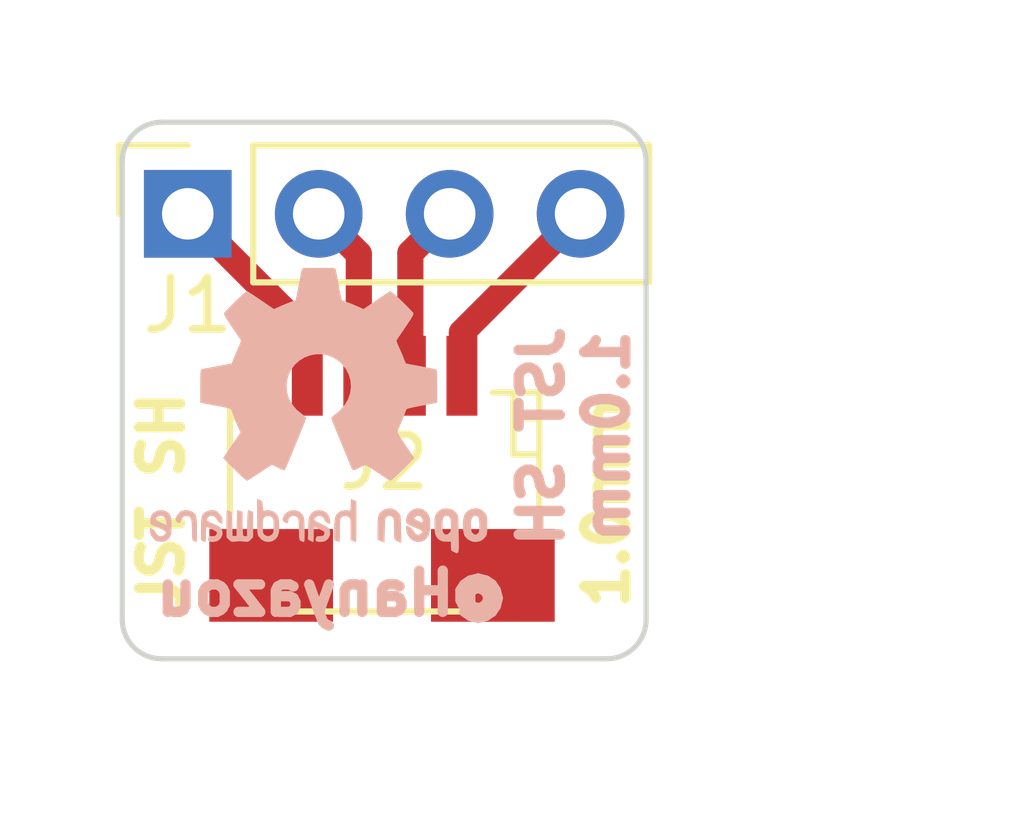
<source format=kicad_pcb>
(kicad_pcb (version 20171130) (host pcbnew "(5.0.2-5-10.14)")

  (general
    (thickness 1.6)
    (drawings 15)
    (tracks 8)
    (zones 0)
    (modules 3)
    (nets 5)
  )

  (page A4)
  (layers
    (0 F.Cu signal)
    (31 B.Cu signal)
    (32 B.Adhes user)
    (33 F.Adhes user)
    (34 B.Paste user)
    (35 F.Paste user)
    (36 B.SilkS user)
    (37 F.SilkS user)
    (38 B.Mask user)
    (39 F.Mask user)
    (40 Dwgs.User user hide)
    (41 Cmts.User user)
    (42 Eco1.User user)
    (43 Eco2.User user hide)
    (44 Edge.Cuts user)
    (45 Margin user)
    (46 B.CrtYd user)
    (47 F.CrtYd user)
    (48 B.Fab user)
    (49 F.Fab user)
  )

  (setup
    (last_trace_width 0.508)
    (user_trace_width 0.1524)
    (user_trace_width 0.381)
    (user_trace_width 0.508)
    (user_trace_width 0.635)
    (trace_clearance 0.1524)
    (zone_clearance 0.508)
    (zone_45_only no)
    (trace_min 0.1524)
    (segment_width 0.2)
    (edge_width 0.1)
    (via_size 0.6858)
    (via_drill 0.3302)
    (via_min_size 0.6858)
    (via_min_drill 0.3302)
    (uvia_size 0.254)
    (uvia_drill 0.1016)
    (uvias_allowed no)
    (uvia_min_size 0.2)
    (uvia_min_drill 0.1)
    (pcb_text_width 0.3)
    (pcb_text_size 1.5 1.5)
    (mod_edge_width 0.15)
    (mod_text_size 1 1)
    (mod_text_width 0.15)
    (pad_size 1.5 1.5)
    (pad_drill 0.6)
    (pad_to_mask_clearance 0)
    (solder_mask_min_width 0.25)
    (aux_axis_origin 0 0)
    (visible_elements FFFFFF7F)
    (pcbplotparams
      (layerselection 0x010fc_ffffffff)
      (usegerberextensions false)
      (usegerberattributes false)
      (usegerberadvancedattributes false)
      (creategerberjobfile false)
      (excludeedgelayer true)
      (linewidth 0.100000)
      (plotframeref false)
      (viasonmask false)
      (mode 1)
      (useauxorigin false)
      (hpglpennumber 1)
      (hpglpenspeed 20)
      (hpglpendiameter 15.000000)
      (psnegative false)
      (psa4output false)
      (plotreference true)
      (plotvalue true)
      (plotinvisibletext false)
      (padsonsilk false)
      (subtractmaskfromsilk false)
      (outputformat 1)
      (mirror false)
      (drillshape 0)
      (scaleselection 1)
      (outputdirectory "jst-sh-brkout-1.0/"))
  )

  (net 0 "")
  (net 1 "Net-(J1-Pad1)")
  (net 2 "Net-(J1-Pad2)")
  (net 3 "Net-(J1-Pad3)")
  (net 4 "Net-(J1-Pad4)")

  (net_class Default "This is the default net class."
    (clearance 0.1524)
    (trace_width 0.1524)
    (via_dia 0.6858)
    (via_drill 0.3302)
    (uvia_dia 0.254)
    (uvia_drill 0.1016)
    (add_net "Net-(J1-Pad1)")
    (add_net "Net-(J1-Pad2)")
    (add_net "Net-(J1-Pad3)")
    (add_net "Net-(J1-Pad4)")
  )

  (net_class power ""
    (clearance 0.1524)
    (trace_width 0.381)
    (via_dia 0.6858)
    (via_drill 0.3302)
    (uvia_dia 0.254)
    (uvia_drill 0.1016)
  )

  (module Connector_PinSocket_2.54mm:PinSocket_1x04_P2.54mm_Vertical (layer F.Cu) (tedit 5A19A429) (tstamp 5DCA7DC5)
    (at 137.668 77.724 90)
    (descr "Through hole straight socket strip, 1x04, 2.54mm pitch, single row (from Kicad 4.0.7), script generated")
    (tags "Through hole socket strip THT 1x04 2.54mm single row")
    (path /5C20A735)
    (fp_text reference J1 (at -1.778 0 180) (layer F.SilkS)
      (effects (font (size 1 1) (thickness 0.15)))
    )
    (fp_text value Conn_01x04_Female (at 3.302 4.318 180) (layer F.Fab)
      (effects (font (size 1 1) (thickness 0.15)))
    )
    (fp_line (start -1.27 -1.27) (end 0.635 -1.27) (layer F.Fab) (width 0.1))
    (fp_line (start 0.635 -1.27) (end 1.27 -0.635) (layer F.Fab) (width 0.1))
    (fp_line (start 1.27 -0.635) (end 1.27 8.89) (layer F.Fab) (width 0.1))
    (fp_line (start 1.27 8.89) (end -1.27 8.89) (layer F.Fab) (width 0.1))
    (fp_line (start -1.27 8.89) (end -1.27 -1.27) (layer F.Fab) (width 0.1))
    (fp_line (start -1.33 1.27) (end 1.33 1.27) (layer F.SilkS) (width 0.12))
    (fp_line (start -1.33 1.27) (end -1.33 8.95) (layer F.SilkS) (width 0.12))
    (fp_line (start -1.33 8.95) (end 1.33 8.95) (layer F.SilkS) (width 0.12))
    (fp_line (start 1.33 1.27) (end 1.33 8.95) (layer F.SilkS) (width 0.12))
    (fp_line (start 1.33 -1.33) (end 1.33 0) (layer F.SilkS) (width 0.12))
    (fp_line (start 0 -1.33) (end 1.33 -1.33) (layer F.SilkS) (width 0.12))
    (fp_line (start -1.8 -1.8) (end 1.75 -1.8) (layer F.CrtYd) (width 0.05))
    (fp_line (start 1.75 -1.8) (end 1.75 9.4) (layer F.CrtYd) (width 0.05))
    (fp_line (start 1.75 9.4) (end -1.8 9.4) (layer F.CrtYd) (width 0.05))
    (fp_line (start -1.8 9.4) (end -1.8 -1.8) (layer F.CrtYd) (width 0.05))
    (fp_text user %R (at 0 3.81 180) (layer F.Fab)
      (effects (font (size 1 1) (thickness 0.15)))
    )
    (pad 1 thru_hole rect (at 0 0 90) (size 1.7 1.7) (drill 1) (layers *.Cu *.Mask)
      (net 1 "Net-(J1-Pad1)"))
    (pad 2 thru_hole oval (at 0 2.54 90) (size 1.7 1.7) (drill 1) (layers *.Cu *.Mask)
      (net 2 "Net-(J1-Pad2)"))
    (pad 3 thru_hole oval (at 0 5.08 90) (size 1.7 1.7) (drill 1) (layers *.Cu *.Mask)
      (net 3 "Net-(J1-Pad3)"))
    (pad 4 thru_hole oval (at 0 7.62 90) (size 1.7 1.7) (drill 1) (layers *.Cu *.Mask)
      (net 4 "Net-(J1-Pad4)"))
    (model ${KISYS3DMOD}/Connector_PinSocket_2.54mm.3dshapes/PinSocket_1x04_P2.54mm_Vertical.wrl
      (at (xyz 0 0 0))
      (scale (xyz 1 1 1))
      (rotate (xyz 0 0 0))
    )
  )

  (module library:JST_SH_SM04B-SRSS-TB_04x1.00mm_Angled-mod (layer F.Cu) (tedit 5DA41C66) (tstamp 5DCA7D1D)
    (at 141.486 82.804)
    (descr http://www.jst-mfg.com/product/pdf/eng/eSH.pdf)
    (tags "connector jst sh")
    (path /5C20A677)
    (attr smd)
    (fp_text reference J2 (at -0.008 -0.254) (layer F.SilkS)
      (effects (font (size 1 1) (thickness 0.15)))
    )
    (fp_text value "JST SH" (at -6.612 0.762 90) (layer F.Fab)
      (effects (font (size 1 1) (thickness 0.15)))
    )
    (fp_circle (center -2.5 -2.1875) (end -2.25 -2.1875) (layer F.SilkS) (width 0.12))
    (fp_line (start -1.9 2.6375) (end 1.9 2.6375) (layer F.SilkS) (width 0.12))
    (fp_line (start -3 0.7375) (end -3 -1.6125) (layer F.SilkS) (width 0.12))
    (fp_line (start -3 -1.6125) (end -2.1 -1.6125) (layer F.SilkS) (width 0.12))
    (fp_line (start -2.5 -1.6125) (end -2.5 -0.4125) (layer F.SilkS) (width 0.12))
    (fp_line (start -2.5 -0.4125) (end -2.5 -0.4125) (layer F.SilkS) (width 0.12))
    (fp_line (start -2.5 -0.4125) (end -2.5 -1.6125) (layer F.SilkS) (width 0.12))
    (fp_line (start -2.5 -1.6125) (end -2.5 -1.6125) (layer F.SilkS) (width 0.12))
    (fp_line (start -2.5 -1.1125) (end -2.5 -1.1125) (layer F.SilkS) (width 0.12))
    (fp_line (start -2.5 -1.1125) (end -3 -1.1125) (layer F.SilkS) (width 0.12))
    (fp_line (start -3 -1.1125) (end -3 -1.1125) (layer F.SilkS) (width 0.12))
    (fp_line (start -3 -1.1125) (end -2.5 -1.1125) (layer F.SilkS) (width 0.12))
    (fp_line (start -2.5 -0.4125) (end -2.5 -0.4125) (layer F.SilkS) (width 0.12))
    (fp_line (start -2.5 -0.4125) (end -3 -0.4125) (layer F.SilkS) (width 0.12))
    (fp_line (start -3 -0.4125) (end -3 -0.4125) (layer F.SilkS) (width 0.12))
    (fp_line (start -3 -0.4125) (end -2.5 -0.4125) (layer F.SilkS) (width 0.12))
    (fp_line (start 3 0.7375) (end 3 -1.6125) (layer F.SilkS) (width 0.12))
    (fp_line (start 3 -1.6125) (end 2.1 -1.6125) (layer F.SilkS) (width 0.12))
    (fp_line (start 2.5 -1.6125) (end 2.5 -0.4125) (layer F.SilkS) (width 0.12))
    (fp_line (start 2.5 -0.4125) (end 2.5 -0.4125) (layer F.SilkS) (width 0.12))
    (fp_line (start 2.5 -0.4125) (end 2.5 -1.6125) (layer F.SilkS) (width 0.12))
    (fp_line (start 2.5 -1.6125) (end 2.5 -1.6125) (layer F.SilkS) (width 0.12))
    (fp_line (start 2.5 -1.1125) (end 2.5 -1.1125) (layer F.SilkS) (width 0.12))
    (fp_line (start 2.5 -1.1125) (end 3 -1.1125) (layer F.SilkS) (width 0.12))
    (fp_line (start 3 -1.1125) (end 3 -1.1125) (layer F.SilkS) (width 0.12))
    (fp_line (start 3 -1.1125) (end 2.5 -1.1125) (layer F.SilkS) (width 0.12))
    (fp_line (start 2.5 -0.4125) (end 2.5 -0.4125) (layer F.SilkS) (width 0.12))
    (fp_line (start 2.5 -0.4125) (end 3 -0.4125) (layer F.SilkS) (width 0.12))
    (fp_line (start 3 -0.4125) (end 3 -0.4125) (layer F.SilkS) (width 0.12))
    (fp_line (start 3 -0.4125) (end 2.5 -0.4125) (layer F.SilkS) (width 0.12))
    (fp_line (start -3.9 3.35) (end -3.9 -3.25) (layer F.CrtYd) (width 0.05))
    (fp_line (start -3.9 -3.25) (end 3.9 -3.25) (layer F.CrtYd) (width 0.05))
    (fp_line (start 3.9 -3.25) (end 3.9 3.35) (layer F.CrtYd) (width 0.05))
    (fp_line (start 3.9 3.35) (end -3.9 3.35) (layer F.CrtYd) (width 0.05))
    (pad 1 smd rect (at -1.5 -1.9375) (size 0.6 1.55) (layers F.Cu F.Paste F.Mask)
      (net 1 "Net-(J1-Pad1)"))
    (pad 2 smd rect (at -0.5 -1.9375) (size 0.6 1.55) (layers F.Cu F.Paste F.Mask)
      (net 2 "Net-(J1-Pad2)"))
    (pad 3 smd rect (at 0.5 -1.9375) (size 0.6 1.55) (layers F.Cu F.Paste F.Mask)
      (net 3 "Net-(J1-Pad3)"))
    (pad 4 smd rect (at 1.5 -1.9375) (size 0.6 1.55) (layers F.Cu F.Paste F.Mask)
      (net 4 "Net-(J1-Pad4)"))
    (pad "" smd rect (at -2.2 1.9375) (size 2.4 1.8) (layers F.Cu F.Paste F.Mask))
    (pad "" smd rect (at 2.1 1.9375) (size 2.4 1.8) (layers F.Cu F.Paste F.Mask))
  )

  (module Symbol:OSHW-Logo2_7.3x6mm_SilkScreen (layer B.Cu) (tedit 0) (tstamp 5DCA7796)
    (at 140.208 81.534 180)
    (descr "Open Source Hardware Symbol")
    (tags "Logo Symbol OSHW")
    (attr virtual)
    (fp_text reference REF** (at 0 0 180) (layer B.SilkS) hide
      (effects (font (size 1 1) (thickness 0.15)) (justify mirror))
    )
    (fp_text value OSHW-Logo2_7.3x6mm_SilkScreen (at 0.75 0 180) (layer B.Fab) hide
      (effects (font (size 1 1) (thickness 0.15)) (justify mirror))
    )
    (fp_poly (pts (xy 0.10391 2.757652) (xy 0.182454 2.757222) (xy 0.239298 2.756058) (xy 0.278105 2.753793)
      (xy 0.302538 2.75006) (xy 0.316262 2.744494) (xy 0.32294 2.736727) (xy 0.326236 2.726395)
      (xy 0.326556 2.725057) (xy 0.331562 2.700921) (xy 0.340829 2.653299) (xy 0.353392 2.587259)
      (xy 0.368287 2.507872) (xy 0.384551 2.420204) (xy 0.385119 2.417125) (xy 0.40141 2.331211)
      (xy 0.416652 2.255304) (xy 0.429861 2.193955) (xy 0.440054 2.151718) (xy 0.446248 2.133145)
      (xy 0.446543 2.132816) (xy 0.464788 2.123747) (xy 0.502405 2.108633) (xy 0.551271 2.090738)
      (xy 0.551543 2.090642) (xy 0.613093 2.067507) (xy 0.685657 2.038035) (xy 0.754057 2.008403)
      (xy 0.757294 2.006938) (xy 0.868702 1.956374) (xy 1.115399 2.12484) (xy 1.191077 2.176197)
      (xy 1.259631 2.222111) (xy 1.317088 2.25997) (xy 1.359476 2.287163) (xy 1.382825 2.301079)
      (xy 1.385042 2.302111) (xy 1.40201 2.297516) (xy 1.433701 2.275345) (xy 1.481352 2.234553)
      (xy 1.546198 2.174095) (xy 1.612397 2.109773) (xy 1.676214 2.046388) (xy 1.733329 1.988549)
      (xy 1.780305 1.939825) (xy 1.813703 1.90379) (xy 1.830085 1.884016) (xy 1.830694 1.882998)
      (xy 1.832505 1.869428) (xy 1.825683 1.847267) (xy 1.80854 1.813522) (xy 1.779393 1.7652)
      (xy 1.736555 1.699308) (xy 1.679448 1.614483) (xy 1.628766 1.539823) (xy 1.583461 1.47286)
      (xy 1.54615 1.417484) (xy 1.519452 1.37758) (xy 1.505985 1.357038) (xy 1.505137 1.355644)
      (xy 1.506781 1.335962) (xy 1.519245 1.297707) (xy 1.540048 1.248111) (xy 1.547462 1.232272)
      (xy 1.579814 1.16171) (xy 1.614328 1.081647) (xy 1.642365 1.012371) (xy 1.662568 0.960955)
      (xy 1.678615 0.921881) (xy 1.687888 0.901459) (xy 1.689041 0.899886) (xy 1.706096 0.897279)
      (xy 1.746298 0.890137) (xy 1.804302 0.879477) (xy 1.874763 0.866315) (xy 1.952335 0.851667)
      (xy 2.031672 0.836551) (xy 2.107431 0.821982) (xy 2.174264 0.808978) (xy 2.226828 0.798555)
      (xy 2.259776 0.79173) (xy 2.267857 0.789801) (xy 2.276205 0.785038) (xy 2.282506 0.774282)
      (xy 2.287045 0.753902) (xy 2.290104 0.720266) (xy 2.291967 0.669745) (xy 2.292918 0.598708)
      (xy 2.29324 0.503524) (xy 2.293257 0.464508) (xy 2.293257 0.147201) (xy 2.217057 0.132161)
      (xy 2.174663 0.124005) (xy 2.1114 0.112101) (xy 2.034962 0.097884) (xy 1.953043 0.08279)
      (xy 1.9304 0.078645) (xy 1.854806 0.063947) (xy 1.788953 0.049495) (xy 1.738366 0.036625)
      (xy 1.708574 0.026678) (xy 1.703612 0.023713) (xy 1.691426 0.002717) (xy 1.673953 -0.037967)
      (xy 1.654577 -0.090322) (xy 1.650734 -0.1016) (xy 1.625339 -0.171523) (xy 1.593817 -0.250418)
      (xy 1.562969 -0.321266) (xy 1.562817 -0.321595) (xy 1.511447 -0.432733) (xy 1.680399 -0.681253)
      (xy 1.849352 -0.929772) (xy 1.632429 -1.147058) (xy 1.566819 -1.211726) (xy 1.506979 -1.268733)
      (xy 1.456267 -1.315033) (xy 1.418046 -1.347584) (xy 1.395675 -1.363343) (xy 1.392466 -1.364343)
      (xy 1.373626 -1.356469) (xy 1.33518 -1.334578) (xy 1.28133 -1.301267) (xy 1.216276 -1.259131)
      (xy 1.14594 -1.211943) (xy 1.074555 -1.16381) (xy 1.010908 -1.121928) (xy 0.959041 -1.088871)
      (xy 0.922995 -1.067218) (xy 0.906867 -1.059543) (xy 0.887189 -1.066037) (xy 0.849875 -1.08315)
      (xy 0.802621 -1.107326) (xy 0.797612 -1.110013) (xy 0.733977 -1.141927) (xy 0.690341 -1.157579)
      (xy 0.663202 -1.157745) (xy 0.649057 -1.143204) (xy 0.648975 -1.143) (xy 0.641905 -1.125779)
      (xy 0.625042 -1.084899) (xy 0.599695 -1.023525) (xy 0.567171 -0.944819) (xy 0.528778 -0.851947)
      (xy 0.485822 -0.748072) (xy 0.444222 -0.647502) (xy 0.398504 -0.536516) (xy 0.356526 -0.433703)
      (xy 0.319548 -0.342215) (xy 0.288827 -0.265201) (xy 0.265622 -0.205815) (xy 0.25119 -0.167209)
      (xy 0.246743 -0.1528) (xy 0.257896 -0.136272) (xy 0.287069 -0.10993) (xy 0.325971 -0.080887)
      (xy 0.436757 0.010961) (xy 0.523351 0.116241) (xy 0.584716 0.232734) (xy 0.619815 0.358224)
      (xy 0.627608 0.490493) (xy 0.621943 0.551543) (xy 0.591078 0.678205) (xy 0.53792 0.790059)
      (xy 0.465767 0.885999) (xy 0.377917 0.964924) (xy 0.277665 1.02573) (xy 0.16831 1.067313)
      (xy 0.053147 1.088572) (xy -0.064525 1.088401) (xy -0.18141 1.065699) (xy -0.294211 1.019362)
      (xy -0.399631 0.948287) (xy -0.443632 0.908089) (xy -0.528021 0.804871) (xy -0.586778 0.692075)
      (xy -0.620296 0.57299) (xy -0.628965 0.450905) (xy -0.613177 0.329107) (xy -0.573322 0.210884)
      (xy -0.509793 0.099525) (xy -0.422979 -0.001684) (xy -0.325971 -0.080887) (xy -0.285563 -0.111162)
      (xy -0.257018 -0.137219) (xy -0.246743 -0.152825) (xy -0.252123 -0.169843) (xy -0.267425 -0.2105)
      (xy -0.291388 -0.271642) (xy -0.322756 -0.350119) (xy -0.360268 -0.44278) (xy -0.402667 -0.546472)
      (xy -0.444337 -0.647526) (xy -0.49031 -0.758607) (xy -0.532893 -0.861541) (xy -0.570779 -0.953165)
      (xy -0.60266 -1.030316) (xy -0.627229 -1.089831) (xy -0.64318 -1.128544) (xy -0.64909 -1.143)
      (xy -0.663052 -1.157685) (xy -0.69006 -1.157642) (xy -0.733587 -1.142099) (xy -0.79711 -1.110284)
      (xy -0.797612 -1.110013) (xy -0.84544 -1.085323) (xy -0.884103 -1.067338) (xy -0.905905 -1.059614)
      (xy -0.906867 -1.059543) (xy -0.923279 -1.067378) (xy -0.959513 -1.089165) (xy -1.011526 -1.122328)
      (xy -1.075275 -1.164291) (xy -1.14594 -1.211943) (xy -1.217884 -1.260191) (xy -1.282726 -1.302151)
      (xy -1.336265 -1.335227) (xy -1.374303 -1.356821) (xy -1.392467 -1.364343) (xy -1.409192 -1.354457)
      (xy -1.44282 -1.326826) (xy -1.48999 -1.284495) (xy -1.547342 -1.230505) (xy -1.611516 -1.167899)
      (xy -1.632503 -1.146983) (xy -1.849501 -0.929623) (xy -1.684332 -0.68722) (xy -1.634136 -0.612781)
      (xy -1.590081 -0.545972) (xy -1.554638 -0.490665) (xy -1.530281 -0.450729) (xy -1.519478 -0.430036)
      (xy -1.519162 -0.428563) (xy -1.524857 -0.409058) (xy -1.540174 -0.369822) (xy -1.562463 -0.31743)
      (xy -1.578107 -0.282355) (xy -1.607359 -0.215201) (xy -1.634906 -0.147358) (xy -1.656263 -0.090034)
      (xy -1.662065 -0.072572) (xy -1.678548 -0.025938) (xy -1.69466 0.010095) (xy -1.70351 0.023713)
      (xy -1.72304 0.032048) (xy -1.765666 0.043863) (xy -1.825855 0.057819) (xy -1.898078 0.072578)
      (xy -1.9304 0.078645) (xy -2.012478 0.093727) (xy -2.091205 0.108331) (xy -2.158891 0.12102)
      (xy -2.20784 0.130358) (xy -2.217057 0.132161) (xy -2.293257 0.147201) (xy -2.293257 0.464508)
      (xy -2.293086 0.568846) (xy -2.292384 0.647787) (xy -2.290866 0.704962) (xy -2.288251 0.744001)
      (xy -2.284254 0.768535) (xy -2.278591 0.782195) (xy -2.27098 0.788611) (xy -2.267857 0.789801)
      (xy -2.249022 0.79402) (xy -2.207412 0.802438) (xy -2.14837 0.814039) (xy -2.077243 0.827805)
      (xy -1.999375 0.84272) (xy -1.920113 0.857768) (xy -1.844802 0.871931) (xy -1.778787 0.884194)
      (xy -1.727413 0.893539) (xy -1.696025 0.89895) (xy -1.689041 0.899886) (xy -1.682715 0.912404)
      (xy -1.66871 0.945754) (xy -1.649645 0.993623) (xy -1.642366 1.012371) (xy -1.613004 1.084805)
      (xy -1.578429 1.16483) (xy -1.547463 1.232272) (xy -1.524677 1.283841) (xy -1.509518 1.326215)
      (xy -1.504458 1.352166) (xy -1.505264 1.355644) (xy -1.515959 1.372064) (xy -1.54038 1.408583)
      (xy -1.575905 1.461313) (xy -1.619913 1.526365) (xy -1.669783 1.599849) (xy -1.679644 1.614355)
      (xy -1.737508 1.700296) (xy -1.780044 1.765739) (xy -1.808946 1.813696) (xy -1.82591 1.84718)
      (xy -1.832633 1.869205) (xy -1.83081 1.882783) (xy -1.830764 1.882869) (xy -1.816414 1.900703)
      (xy -1.784677 1.935183) (xy -1.73899 1.982732) (xy -1.682796 2.039778) (xy -1.619532 2.102745)
      (xy -1.612398 2.109773) (xy -1.53267 2.18698) (xy -1.471143 2.24367) (xy -1.426579 2.28089)
      (xy -1.397743 2.299685) (xy -1.385042 2.302111) (xy -1.366506 2.291529) (xy -1.328039 2.267084)
      (xy -1.273614 2.231388) (xy -1.207202 2.187053) (xy -1.132775 2.136689) (xy -1.115399 2.12484)
      (xy -0.868703 1.956374) (xy -0.757294 2.006938) (xy -0.689543 2.036405) (xy -0.616817 2.066041)
      (xy -0.554297 2.08967) (xy -0.551543 2.090642) (xy -0.50264 2.108543) (xy -0.464943 2.12368)
      (xy -0.446575 2.13279) (xy -0.446544 2.132816) (xy -0.440715 2.149283) (xy -0.430808 2.189781)
      (xy -0.417805 2.249758) (xy -0.402691 2.32466) (xy -0.386448 2.409936) (xy -0.385119 2.417125)
      (xy -0.368825 2.504986) (xy -0.353867 2.58474) (xy -0.341209 2.651319) (xy -0.331814 2.699653)
      (xy -0.326646 2.724675) (xy -0.326556 2.725057) (xy -0.323411 2.735701) (xy -0.317296 2.743738)
      (xy -0.304547 2.749533) (xy -0.2815 2.753453) (xy -0.244491 2.755865) (xy -0.189856 2.757135)
      (xy -0.113933 2.757629) (xy -0.013056 2.757714) (xy 0 2.757714) (xy 0.10391 2.757652)) (layer B.SilkS) (width 0.01))
    (fp_poly (pts (xy 3.153595 -1.966966) (xy 3.211021 -2.004497) (xy 3.238719 -2.038096) (xy 3.260662 -2.099064)
      (xy 3.262405 -2.147308) (xy 3.258457 -2.211816) (xy 3.109686 -2.276934) (xy 3.037349 -2.310202)
      (xy 2.990084 -2.336964) (xy 2.965507 -2.360144) (xy 2.961237 -2.382667) (xy 2.974889 -2.407455)
      (xy 2.989943 -2.423886) (xy 3.033746 -2.450235) (xy 3.081389 -2.452081) (xy 3.125145 -2.431546)
      (xy 3.157289 -2.390752) (xy 3.163038 -2.376347) (xy 3.190576 -2.331356) (xy 3.222258 -2.312182)
      (xy 3.265714 -2.295779) (xy 3.265714 -2.357966) (xy 3.261872 -2.400283) (xy 3.246823 -2.435969)
      (xy 3.21528 -2.476943) (xy 3.210592 -2.482267) (xy 3.175506 -2.51872) (xy 3.145347 -2.538283)
      (xy 3.107615 -2.547283) (xy 3.076335 -2.55023) (xy 3.020385 -2.550965) (xy 2.980555 -2.54166)
      (xy 2.955708 -2.527846) (xy 2.916656 -2.497467) (xy 2.889625 -2.464613) (xy 2.872517 -2.423294)
      (xy 2.863238 -2.367521) (xy 2.859693 -2.291305) (xy 2.85941 -2.252622) (xy 2.860372 -2.206247)
      (xy 2.948007 -2.206247) (xy 2.949023 -2.231126) (xy 2.951556 -2.2352) (xy 2.968274 -2.229665)
      (xy 3.004249 -2.215017) (xy 3.052331 -2.19419) (xy 3.062386 -2.189714) (xy 3.123152 -2.158814)
      (xy 3.156632 -2.131657) (xy 3.16399 -2.10622) (xy 3.146391 -2.080481) (xy 3.131856 -2.069109)
      (xy 3.07941 -2.046364) (xy 3.030322 -2.050122) (xy 2.989227 -2.077884) (xy 2.960758 -2.127152)
      (xy 2.951631 -2.166257) (xy 2.948007 -2.206247) (xy 2.860372 -2.206247) (xy 2.861285 -2.162249)
      (xy 2.868196 -2.095384) (xy 2.881884 -2.046695) (xy 2.904096 -2.010849) (xy 2.936574 -1.982513)
      (xy 2.950733 -1.973355) (xy 3.015053 -1.949507) (xy 3.085473 -1.948006) (xy 3.153595 -1.966966)) (layer B.SilkS) (width 0.01))
    (fp_poly (pts (xy 2.6526 -1.958752) (xy 2.669948 -1.966334) (xy 2.711356 -1.999128) (xy 2.746765 -2.046547)
      (xy 2.768664 -2.097151) (xy 2.772229 -2.122098) (xy 2.760279 -2.156927) (xy 2.734067 -2.175357)
      (xy 2.705964 -2.186516) (xy 2.693095 -2.188572) (xy 2.686829 -2.173649) (xy 2.674456 -2.141175)
      (xy 2.669028 -2.126502) (xy 2.63859 -2.075744) (xy 2.59452 -2.050427) (xy 2.53801 -2.051206)
      (xy 2.533825 -2.052203) (xy 2.503655 -2.066507) (xy 2.481476 -2.094393) (xy 2.466327 -2.139287)
      (xy 2.45725 -2.204615) (xy 2.453286 -2.293804) (xy 2.452914 -2.341261) (xy 2.45273 -2.416071)
      (xy 2.451522 -2.467069) (xy 2.448309 -2.499471) (xy 2.442109 -2.518495) (xy 2.43194 -2.529356)
      (xy 2.416819 -2.537272) (xy 2.415946 -2.53767) (xy 2.386828 -2.549981) (xy 2.372403 -2.554514)
      (xy 2.370186 -2.540809) (xy 2.368289 -2.502925) (xy 2.366847 -2.445715) (xy 2.365998 -2.374027)
      (xy 2.365829 -2.321565) (xy 2.366692 -2.220047) (xy 2.37007 -2.143032) (xy 2.377142 -2.086023)
      (xy 2.389088 -2.044526) (xy 2.40709 -2.014043) (xy 2.432327 -1.99008) (xy 2.457247 -1.973355)
      (xy 2.517171 -1.951097) (xy 2.586911 -1.946076) (xy 2.6526 -1.958752)) (layer B.SilkS) (width 0.01))
    (fp_poly (pts (xy 2.144876 -1.956335) (xy 2.186667 -1.975344) (xy 2.219469 -1.998378) (xy 2.243503 -2.024133)
      (xy 2.260097 -2.057358) (xy 2.270577 -2.1028) (xy 2.276271 -2.165207) (xy 2.278507 -2.249327)
      (xy 2.278743 -2.304721) (xy 2.278743 -2.520826) (xy 2.241774 -2.53767) (xy 2.212656 -2.549981)
      (xy 2.198231 -2.554514) (xy 2.195472 -2.541025) (xy 2.193282 -2.504653) (xy 2.191942 -2.451542)
      (xy 2.191657 -2.409372) (xy 2.190434 -2.348447) (xy 2.187136 -2.300115) (xy 2.182321 -2.270518)
      (xy 2.178496 -2.264229) (xy 2.152783 -2.270652) (xy 2.112418 -2.287125) (xy 2.065679 -2.309458)
      (xy 2.020845 -2.333457) (xy 1.986193 -2.35493) (xy 1.970002 -2.369685) (xy 1.969938 -2.369845)
      (xy 1.97133 -2.397152) (xy 1.983818 -2.423219) (xy 2.005743 -2.444392) (xy 2.037743 -2.451474)
      (xy 2.065092 -2.450649) (xy 2.103826 -2.450042) (xy 2.124158 -2.459116) (xy 2.136369 -2.483092)
      (xy 2.137909 -2.487613) (xy 2.143203 -2.521806) (xy 2.129047 -2.542568) (xy 2.092148 -2.552462)
      (xy 2.052289 -2.554292) (xy 1.980562 -2.540727) (xy 1.943432 -2.521355) (xy 1.897576 -2.475845)
      (xy 1.873256 -2.419983) (xy 1.871073 -2.360957) (xy 1.891629 -2.305953) (xy 1.922549 -2.271486)
      (xy 1.95342 -2.252189) (xy 2.001942 -2.227759) (xy 2.058485 -2.202985) (xy 2.06791 -2.199199)
      (xy 2.130019 -2.171791) (xy 2.165822 -2.147634) (xy 2.177337 -2.123619) (xy 2.16658 -2.096635)
      (xy 2.148114 -2.075543) (xy 2.104469 -2.049572) (xy 2.056446 -2.047624) (xy 2.012406 -2.067637)
      (xy 1.980709 -2.107551) (xy 1.976549 -2.117848) (xy 1.952327 -2.155724) (xy 1.916965 -2.183842)
      (xy 1.872343 -2.206917) (xy 1.872343 -2.141485) (xy 1.874969 -2.101506) (xy 1.88623 -2.069997)
      (xy 1.911199 -2.036378) (xy 1.935169 -2.010484) (xy 1.972441 -1.973817) (xy 2.001401 -1.954121)
      (xy 2.032505 -1.94622) (xy 2.067713 -1.944914) (xy 2.144876 -1.956335)) (layer B.SilkS) (width 0.01))
    (fp_poly (pts (xy 1.779833 -1.958663) (xy 1.782048 -1.99685) (xy 1.783784 -2.054886) (xy 1.784899 -2.12818)
      (xy 1.785257 -2.205055) (xy 1.785257 -2.465196) (xy 1.739326 -2.511127) (xy 1.707675 -2.539429)
      (xy 1.67989 -2.550893) (xy 1.641915 -2.550168) (xy 1.62684 -2.548321) (xy 1.579726 -2.542948)
      (xy 1.540756 -2.539869) (xy 1.531257 -2.539585) (xy 1.499233 -2.541445) (xy 1.453432 -2.546114)
      (xy 1.435674 -2.548321) (xy 1.392057 -2.551735) (xy 1.362745 -2.54432) (xy 1.33368 -2.521427)
      (xy 1.323188 -2.511127) (xy 1.277257 -2.465196) (xy 1.277257 -1.978602) (xy 1.314226 -1.961758)
      (xy 1.346059 -1.949282) (xy 1.364683 -1.944914) (xy 1.369458 -1.958718) (xy 1.373921 -1.997286)
      (xy 1.377775 -2.056356) (xy 1.380722 -2.131663) (xy 1.382143 -2.195286) (xy 1.386114 -2.445657)
      (xy 1.420759 -2.450556) (xy 1.452268 -2.447131) (xy 1.467708 -2.436041) (xy 1.472023 -2.415308)
      (xy 1.475708 -2.371145) (xy 1.478469 -2.309146) (xy 1.480012 -2.234909) (xy 1.480235 -2.196706)
      (xy 1.480457 -1.976783) (xy 1.526166 -1.960849) (xy 1.558518 -1.950015) (xy 1.576115 -1.944962)
      (xy 1.576623 -1.944914) (xy 1.578388 -1.958648) (xy 1.580329 -1.99673) (xy 1.582282 -2.054482)
      (xy 1.584084 -2.127227) (xy 1.585343 -2.195286) (xy 1.589314 -2.445657) (xy 1.6764 -2.445657)
      (xy 1.680396 -2.21724) (xy 1.684392 -1.988822) (xy 1.726847 -1.966868) (xy 1.758192 -1.951793)
      (xy 1.776744 -1.944951) (xy 1.777279 -1.944914) (xy 1.779833 -1.958663)) (layer B.SilkS) (width 0.01))
    (fp_poly (pts (xy 1.190117 -2.065358) (xy 1.189933 -2.173837) (xy 1.189219 -2.257287) (xy 1.187675 -2.319704)
      (xy 1.185001 -2.365085) (xy 1.180894 -2.397429) (xy 1.175055 -2.420733) (xy 1.167182 -2.438995)
      (xy 1.161221 -2.449418) (xy 1.111855 -2.505945) (xy 1.049264 -2.541377) (xy 0.980013 -2.55409)
      (xy 0.910668 -2.542463) (xy 0.869375 -2.521568) (xy 0.826025 -2.485422) (xy 0.796481 -2.441276)
      (xy 0.778655 -2.383462) (xy 0.770463 -2.306313) (xy 0.769302 -2.249714) (xy 0.769458 -2.245647)
      (xy 0.870857 -2.245647) (xy 0.871476 -2.31055) (xy 0.874314 -2.353514) (xy 0.88084 -2.381622)
      (xy 0.892523 -2.401953) (xy 0.906483 -2.417288) (xy 0.953365 -2.44689) (xy 1.003701 -2.449419)
      (xy 1.051276 -2.424705) (xy 1.054979 -2.421356) (xy 1.070783 -2.403935) (xy 1.080693 -2.383209)
      (xy 1.086058 -2.352362) (xy 1.088228 -2.304577) (xy 1.088571 -2.251748) (xy 1.087827 -2.185381)
      (xy 1.084748 -2.141106) (xy 1.078061 -2.112009) (xy 1.066496 -2.091173) (xy 1.057013 -2.080107)
      (xy 1.01296 -2.052198) (xy 0.962224 -2.048843) (xy 0.913796 -2.070159) (xy 0.90445 -2.078073)
      (xy 0.88854 -2.095647) (xy 0.87861 -2.116587) (xy 0.873278 -2.147782) (xy 0.871163 -2.196122)
      (xy 0.870857 -2.245647) (xy 0.769458 -2.245647) (xy 0.77281 -2.158568) (xy 0.784726 -2.090086)
      (xy 0.807135 -2.0386) (xy 0.842124 -1.998443) (xy 0.869375 -1.977861) (xy 0.918907 -1.955625)
      (xy 0.976316 -1.945304) (xy 1.029682 -1.948067) (xy 1.059543 -1.959212) (xy 1.071261 -1.962383)
      (xy 1.079037 -1.950557) (xy 1.084465 -1.918866) (xy 1.088571 -1.870593) (xy 1.093067 -1.816829)
      (xy 1.099313 -1.784482) (xy 1.110676 -1.765985) (xy 1.130528 -1.75377) (xy 1.143 -1.748362)
      (xy 1.190171 -1.728601) (xy 1.190117 -2.065358)) (layer B.SilkS) (width 0.01))
    (fp_poly (pts (xy 0.529926 -1.949755) (xy 0.595858 -1.974084) (xy 0.649273 -2.017117) (xy 0.670164 -2.047409)
      (xy 0.692939 -2.102994) (xy 0.692466 -2.143186) (xy 0.668562 -2.170217) (xy 0.659717 -2.174813)
      (xy 0.62153 -2.189144) (xy 0.602028 -2.185472) (xy 0.595422 -2.161407) (xy 0.595086 -2.148114)
      (xy 0.582992 -2.09921) (xy 0.551471 -2.064999) (xy 0.507659 -2.048476) (xy 0.458695 -2.052634)
      (xy 0.418894 -2.074227) (xy 0.40545 -2.086544) (xy 0.395921 -2.101487) (xy 0.389485 -2.124075)
      (xy 0.385317 -2.159328) (xy 0.382597 -2.212266) (xy 0.380502 -2.287907) (xy 0.37996 -2.311857)
      (xy 0.377981 -2.39379) (xy 0.375731 -2.451455) (xy 0.372357 -2.489608) (xy 0.367006 -2.513004)
      (xy 0.358824 -2.526398) (xy 0.346959 -2.534545) (xy 0.339362 -2.538144) (xy 0.307102 -2.550452)
      (xy 0.288111 -2.554514) (xy 0.281836 -2.540948) (xy 0.278006 -2.499934) (xy 0.2766 -2.430999)
      (xy 0.277598 -2.333669) (xy 0.277908 -2.318657) (xy 0.280101 -2.229859) (xy 0.282693 -2.165019)
      (xy 0.286382 -2.119067) (xy 0.291864 -2.086935) (xy 0.299835 -2.063553) (xy 0.310993 -2.043852)
      (xy 0.31683 -2.03541) (xy 0.350296 -1.998057) (xy 0.387727 -1.969003) (xy 0.392309 -1.966467)
      (xy 0.459426 -1.946443) (xy 0.529926 -1.949755)) (layer B.SilkS) (width 0.01))
    (fp_poly (pts (xy 0.039744 -1.950968) (xy 0.096616 -1.972087) (xy 0.097267 -1.972493) (xy 0.13244 -1.99838)
      (xy 0.158407 -2.028633) (xy 0.17667 -2.068058) (xy 0.188732 -2.121462) (xy 0.196096 -2.193651)
      (xy 0.200264 -2.289432) (xy 0.200629 -2.303078) (xy 0.205876 -2.508842) (xy 0.161716 -2.531678)
      (xy 0.129763 -2.54711) (xy 0.11047 -2.554423) (xy 0.109578 -2.554514) (xy 0.106239 -2.541022)
      (xy 0.103587 -2.504626) (xy 0.101956 -2.451452) (xy 0.1016 -2.408393) (xy 0.101592 -2.338641)
      (xy 0.098403 -2.294837) (xy 0.087288 -2.273944) (xy 0.063501 -2.272925) (xy 0.022296 -2.288741)
      (xy -0.039914 -2.317815) (xy -0.085659 -2.341963) (xy -0.109187 -2.362913) (xy -0.116104 -2.385747)
      (xy -0.116114 -2.386877) (xy -0.104701 -2.426212) (xy -0.070908 -2.447462) (xy -0.019191 -2.450539)
      (xy 0.018061 -2.450006) (xy 0.037703 -2.460735) (xy 0.049952 -2.486505) (xy 0.057002 -2.519337)
      (xy 0.046842 -2.537966) (xy 0.043017 -2.540632) (xy 0.007001 -2.55134) (xy -0.043434 -2.552856)
      (xy -0.095374 -2.545759) (xy -0.132178 -2.532788) (xy -0.183062 -2.489585) (xy -0.211986 -2.429446)
      (xy -0.217714 -2.382462) (xy -0.213343 -2.340082) (xy -0.197525 -2.305488) (xy -0.166203 -2.274763)
      (xy -0.115322 -2.24399) (xy -0.040824 -2.209252) (xy -0.036286 -2.207288) (xy 0.030821 -2.176287)
      (xy 0.072232 -2.150862) (xy 0.089981 -2.128014) (xy 0.086107 -2.104745) (xy 0.062643 -2.078056)
      (xy 0.055627 -2.071914) (xy 0.00863 -2.0481) (xy -0.040067 -2.049103) (xy -0.082478 -2.072451)
      (xy -0.110616 -2.115675) (xy -0.113231 -2.12416) (xy -0.138692 -2.165308) (xy -0.170999 -2.185128)
      (xy -0.217714 -2.20477) (xy -0.217714 -2.15395) (xy -0.203504 -2.080082) (xy -0.161325 -2.012327)
      (xy -0.139376 -1.989661) (xy -0.089483 -1.960569) (xy -0.026033 -1.9474) (xy 0.039744 -1.950968)) (layer B.SilkS) (width 0.01))
    (fp_poly (pts (xy -0.624114 -1.851289) (xy -0.619861 -1.910613) (xy -0.614975 -1.945572) (xy -0.608205 -1.96082)
      (xy -0.598298 -1.961015) (xy -0.595086 -1.959195) (xy -0.552356 -1.946015) (xy -0.496773 -1.946785)
      (xy -0.440263 -1.960333) (xy -0.404918 -1.977861) (xy -0.368679 -2.005861) (xy -0.342187 -2.037549)
      (xy -0.324001 -2.077813) (xy -0.312678 -2.131543) (xy -0.306778 -2.203626) (xy -0.304857 -2.298951)
      (xy -0.304823 -2.317237) (xy -0.3048 -2.522646) (xy -0.350509 -2.53858) (xy -0.382973 -2.54942)
      (xy -0.400785 -2.554468) (xy -0.401309 -2.554514) (xy -0.403063 -2.540828) (xy -0.404556 -2.503076)
      (xy -0.405674 -2.446224) (xy -0.406303 -2.375234) (xy -0.4064 -2.332073) (xy -0.406602 -2.246973)
      (xy -0.407642 -2.185981) (xy -0.410169 -2.144177) (xy -0.414836 -2.116642) (xy -0.422293 -2.098456)
      (xy -0.433189 -2.084698) (xy -0.439993 -2.078073) (xy -0.486728 -2.051375) (xy -0.537728 -2.049375)
      (xy -0.583999 -2.071955) (xy -0.592556 -2.080107) (xy -0.605107 -2.095436) (xy -0.613812 -2.113618)
      (xy -0.619369 -2.139909) (xy -0.622474 -2.179562) (xy -0.623824 -2.237832) (xy -0.624114 -2.318173)
      (xy -0.624114 -2.522646) (xy -0.669823 -2.53858) (xy -0.702287 -2.54942) (xy -0.720099 -2.554468)
      (xy -0.720623 -2.554514) (xy -0.721963 -2.540623) (xy -0.723172 -2.501439) (xy -0.724199 -2.4407)
      (xy -0.724998 -2.362141) (xy -0.725519 -2.269498) (xy -0.725714 -2.166509) (xy -0.725714 -1.769342)
      (xy -0.678543 -1.749444) (xy -0.631371 -1.729547) (xy -0.624114 -1.851289)) (layer B.SilkS) (width 0.01))
    (fp_poly (pts (xy -1.831697 -1.931239) (xy -1.774473 -1.969735) (xy -1.730251 -2.025335) (xy -1.703833 -2.096086)
      (xy -1.69849 -2.148162) (xy -1.699097 -2.169893) (xy -1.704178 -2.186531) (xy -1.718145 -2.201437)
      (xy -1.745411 -2.217973) (xy -1.790388 -2.239498) (xy -1.857489 -2.269374) (xy -1.857829 -2.269524)
      (xy -1.919593 -2.297813) (xy -1.970241 -2.322933) (xy -2.004596 -2.342179) (xy -2.017482 -2.352848)
      (xy -2.017486 -2.352934) (xy -2.006128 -2.376166) (xy -1.979569 -2.401774) (xy -1.949077 -2.420221)
      (xy -1.93363 -2.423886) (xy -1.891485 -2.411212) (xy -1.855192 -2.379471) (xy -1.837483 -2.344572)
      (xy -1.820448 -2.318845) (xy -1.787078 -2.289546) (xy -1.747851 -2.264235) (xy -1.713244 -2.250471)
      (xy -1.706007 -2.249714) (xy -1.697861 -2.26216) (xy -1.69737 -2.293972) (xy -1.703357 -2.336866)
      (xy -1.714643 -2.382558) (xy -1.73005 -2.422761) (xy -1.730829 -2.424322) (xy -1.777196 -2.489062)
      (xy -1.837289 -2.533097) (xy -1.905535 -2.554711) (xy -1.976362 -2.552185) (xy -2.044196 -2.523804)
      (xy -2.047212 -2.521808) (xy -2.100573 -2.473448) (xy -2.13566 -2.410352) (xy -2.155078 -2.327387)
      (xy -2.157684 -2.304078) (xy -2.162299 -2.194055) (xy -2.156767 -2.142748) (xy -2.017486 -2.142748)
      (xy -2.015676 -2.174753) (xy -2.005778 -2.184093) (xy -1.981102 -2.177105) (xy -1.942205 -2.160587)
      (xy -1.898725 -2.139881) (xy -1.897644 -2.139333) (xy -1.860791 -2.119949) (xy -1.846 -2.107013)
      (xy -1.849647 -2.093451) (xy -1.865005 -2.075632) (xy -1.904077 -2.049845) (xy -1.946154 -2.04795)
      (xy -1.983897 -2.066717) (xy -2.009966 -2.102915) (xy -2.017486 -2.142748) (xy -2.156767 -2.142748)
      (xy -2.152806 -2.106027) (xy -2.12845 -2.036212) (xy -2.094544 -1.987302) (xy -2.033347 -1.937878)
      (xy -1.965937 -1.913359) (xy -1.89712 -1.911797) (xy -1.831697 -1.931239)) (layer B.SilkS) (width 0.01))
    (fp_poly (pts (xy -2.958885 -1.921962) (xy -2.890855 -1.957733) (xy -2.840649 -2.015301) (xy -2.822815 -2.052312)
      (xy -2.808937 -2.107882) (xy -2.801833 -2.178096) (xy -2.80116 -2.254727) (xy -2.806573 -2.329552)
      (xy -2.81773 -2.394342) (xy -2.834286 -2.440873) (xy -2.839374 -2.448887) (xy -2.899645 -2.508707)
      (xy -2.971231 -2.544535) (xy -3.048908 -2.55502) (xy -3.127452 -2.53881) (xy -3.149311 -2.529092)
      (xy -3.191878 -2.499143) (xy -3.229237 -2.459433) (xy -3.232768 -2.454397) (xy -3.247119 -2.430124)
      (xy -3.256606 -2.404178) (xy -3.26221 -2.370022) (xy -3.264914 -2.321119) (xy -3.265701 -2.250935)
      (xy -3.265714 -2.2352) (xy -3.265678 -2.230192) (xy -3.120571 -2.230192) (xy -3.119727 -2.29643)
      (xy -3.116404 -2.340386) (xy -3.109417 -2.368779) (xy -3.097584 -2.388325) (xy -3.091543 -2.394857)
      (xy -3.056814 -2.41968) (xy -3.023097 -2.418548) (xy -2.989005 -2.397016) (xy -2.968671 -2.374029)
      (xy -2.956629 -2.340478) (xy -2.949866 -2.287569) (xy -2.949402 -2.281399) (xy -2.948248 -2.185513)
      (xy -2.960312 -2.114299) (xy -2.98543 -2.068194) (xy -3.02344 -2.047635) (xy -3.037008 -2.046514)
      (xy -3.072636 -2.052152) (xy -3.097006 -2.071686) (xy -3.111907 -2.109042) (xy -3.119125 -2.16815)
      (xy -3.120571 -2.230192) (xy -3.265678 -2.230192) (xy -3.265174 -2.160413) (xy -3.262904 -2.108159)
      (xy -3.257932 -2.071949) (xy -3.249287 -2.045299) (xy -3.235995 -2.021722) (xy -3.233057 -2.017338)
      (xy -3.183687 -1.958249) (xy -3.129891 -1.923947) (xy -3.064398 -1.910331) (xy -3.042158 -1.909665)
      (xy -2.958885 -1.921962)) (layer B.SilkS) (width 0.01))
    (fp_poly (pts (xy -1.283907 -1.92778) (xy -1.237328 -1.954723) (xy -1.204943 -1.981466) (xy -1.181258 -2.009484)
      (xy -1.164941 -2.043748) (xy -1.154661 -2.089227) (xy -1.149086 -2.150892) (xy -1.146884 -2.233711)
      (xy -1.146629 -2.293246) (xy -1.146629 -2.512391) (xy -1.208314 -2.540044) (xy -1.27 -2.567697)
      (xy -1.277257 -2.32767) (xy -1.280256 -2.238028) (xy -1.283402 -2.172962) (xy -1.287299 -2.128026)
      (xy -1.292553 -2.09877) (xy -1.299769 -2.080748) (xy -1.30955 -2.069511) (xy -1.312688 -2.067079)
      (xy -1.360239 -2.048083) (xy -1.408303 -2.0556) (xy -1.436914 -2.075543) (xy -1.448553 -2.089675)
      (xy -1.456609 -2.10822) (xy -1.461729 -2.136334) (xy -1.464559 -2.179173) (xy -1.465744 -2.241895)
      (xy -1.465943 -2.307261) (xy -1.465982 -2.389268) (xy -1.467386 -2.447316) (xy -1.472086 -2.486465)
      (xy -1.482013 -2.51178) (xy -1.499097 -2.528323) (xy -1.525268 -2.541156) (xy -1.560225 -2.554491)
      (xy -1.598404 -2.569007) (xy -1.593859 -2.311389) (xy -1.592029 -2.218519) (xy -1.589888 -2.149889)
      (xy -1.586819 -2.100711) (xy -1.582206 -2.066198) (xy -1.575432 -2.041562) (xy -1.565881 -2.022016)
      (xy -1.554366 -2.00477) (xy -1.49881 -1.94968) (xy -1.43102 -1.917822) (xy -1.357287 -1.910191)
      (xy -1.283907 -1.92778)) (layer B.SilkS) (width 0.01))
    (fp_poly (pts (xy -2.400256 -1.919918) (xy -2.344799 -1.947568) (xy -2.295852 -1.99848) (xy -2.282371 -2.017338)
      (xy -2.267686 -2.042015) (xy -2.258158 -2.068816) (xy -2.252707 -2.104587) (xy -2.250253 -2.156169)
      (xy -2.249714 -2.224267) (xy -2.252148 -2.317588) (xy -2.260606 -2.387657) (xy -2.276826 -2.439931)
      (xy -2.302546 -2.479869) (xy -2.339503 -2.512929) (xy -2.342218 -2.514886) (xy -2.37864 -2.534908)
      (xy -2.422498 -2.544815) (xy -2.478276 -2.547257) (xy -2.568952 -2.547257) (xy -2.56899 -2.635283)
      (xy -2.569834 -2.684308) (xy -2.574976 -2.713065) (xy -2.588413 -2.730311) (xy -2.614142 -2.744808)
      (xy -2.620321 -2.747769) (xy -2.649236 -2.761648) (xy -2.671624 -2.770414) (xy -2.688271 -2.771171)
      (xy -2.699964 -2.761023) (xy -2.70749 -2.737073) (xy -2.711634 -2.696426) (xy -2.713185 -2.636186)
      (xy -2.712929 -2.553455) (xy -2.711651 -2.445339) (xy -2.711252 -2.413) (xy -2.709815 -2.301524)
      (xy -2.708528 -2.228603) (xy -2.569029 -2.228603) (xy -2.568245 -2.290499) (xy -2.56476 -2.330997)
      (xy -2.556876 -2.357708) (xy -2.542895 -2.378244) (xy -2.533403 -2.38826) (xy -2.494596 -2.417567)
      (xy -2.460237 -2.419952) (xy -2.424784 -2.39575) (xy -2.423886 -2.394857) (xy -2.409461 -2.376153)
      (xy -2.400687 -2.350732) (xy -2.396261 -2.311584) (xy -2.394882 -2.251697) (xy -2.394857 -2.23843)
      (xy -2.398188 -2.155901) (xy -2.409031 -2.098691) (xy -2.42866 -2.063766) (xy -2.45835 -2.048094)
      (xy -2.475509 -2.046514) (xy -2.516234 -2.053926) (xy -2.544168 -2.07833) (xy -2.560983 -2.12298)
      (xy -2.56835 -2.19113) (xy -2.569029 -2.228603) (xy -2.708528 -2.228603) (xy -2.708292 -2.215245)
      (xy -2.706323 -2.150333) (xy -2.70355 -2.102958) (xy -2.699612 -2.06929) (xy -2.694151 -2.045498)
      (xy -2.686808 -2.027753) (xy -2.677223 -2.012224) (xy -2.673113 -2.006381) (xy -2.618595 -1.951185)
      (xy -2.549664 -1.91989) (xy -2.469928 -1.911165) (xy -2.400256 -1.919918)) (layer B.SilkS) (width 0.01))
  )

  (dimension 10.16 (width 0.3) (layer F.Fab)
    (gr_text "0.4000 in" (at 141.478 91) (layer F.Fab)
      (effects (font (size 1.5 1.5) (thickness 0.3)))
    )
    (feature1 (pts (xy 146.558 86.614) (xy 146.558 89.486421)))
    (feature2 (pts (xy 136.398 86.614) (xy 136.398 89.486421)))
    (crossbar (pts (xy 136.398 88.9) (xy 146.558 88.9)))
    (arrow1a (pts (xy 146.558 88.9) (xy 145.431496 89.486421)))
    (arrow1b (pts (xy 146.558 88.9) (xy 145.431496 88.313579)))
    (arrow2a (pts (xy 136.398 88.9) (xy 137.524504 89.486421)))
    (arrow2b (pts (xy 136.398 88.9) (xy 137.524504 88.313579)))
  )
  (dimension 10.414 (width 0.3) (layer F.Fab)
    (gr_text "0.4100 in" (at 151.96 81.153 90) (layer F.Fab)
      (effects (font (size 1.5 1.5) (thickness 0.3)))
    )
    (feature1 (pts (xy 146.812 75.946) (xy 150.446421 75.946)))
    (feature2 (pts (xy 146.812 86.36) (xy 150.446421 86.36)))
    (crossbar (pts (xy 149.86 86.36) (xy 149.86 75.946)))
    (arrow1a (pts (xy 149.86 75.946) (xy 150.446421 77.072504)))
    (arrow1b (pts (xy 149.86 75.946) (xy 149.273579 77.072504)))
    (arrow2a (pts (xy 149.86 86.36) (xy 150.446421 85.233496)))
    (arrow2b (pts (xy 149.86 86.36) (xy 149.273579 85.233496)))
  )
  (gr_text "JST SH" (at 137.16 83.312 90) (layer F.SilkS) (tstamp 5DCA7BD9)
    (effects (font (size 0.8 0.8) (thickness 0.2)))
  )
  (gr_text 1.0mm (at 145.796 83.312 90) (layer F.SilkS) (tstamp 5DCA7BE2)
    (effects (font (size 0.8 0.8) (thickness 0.2)))
  )
  (gr_text "@Hanyazou\n" (at 140.462 85.09) (layer B.SilkS) (tstamp 5DCA7B42)
    (effects (font (size 0.8 0.8) (thickness 0.2)) (justify mirror))
  )
  (gr_text 1.0mm (at 145.796 82.042 90) (layer B.SilkS) (tstamp 5DBDE375)
    (effects (font (size 0.8 0.8) (thickness 0.2)) (justify mirror))
  )
  (gr_text "JST SH" (at 144.526 82.042 90) (layer B.SilkS) (tstamp 5DCA7F35)
    (effects (font (size 0.8 0.8) (thickness 0.2)) (justify mirror))
  )
  (gr_arc (start 137.16 76.708) (end 137.16 75.946) (angle -90) (layer Edge.Cuts) (width 0.1))
  (gr_arc (start 145.796 76.708) (end 146.558 76.708) (angle -90) (layer Edge.Cuts) (width 0.1))
  (gr_arc (start 145.796 85.598) (end 145.796 86.36) (angle -90) (layer Edge.Cuts) (width 0.1))
  (gr_arc (start 137.16 85.598) (end 136.398 85.598) (angle -90) (layer Edge.Cuts) (width 0.1))
  (gr_line (start 136.398 85.598) (end 136.398 76.708) (layer Edge.Cuts) (width 0.1))
  (gr_line (start 145.796 86.36) (end 137.16 86.36) (layer Edge.Cuts) (width 0.1))
  (gr_line (start 146.558 76.708) (end 146.558 85.598) (layer Edge.Cuts) (width 0.1))
  (gr_line (start 137.16 75.946) (end 145.796 75.946) (layer Edge.Cuts) (width 0.1))

  (segment (start 139.986 80.042) (end 137.668 77.724) (width 0.508) (layer F.Cu) (net 1))
  (segment (start 139.986 80.8665) (end 139.986 80.042) (width 0.508) (layer F.Cu) (net 1))
  (segment (start 140.986 78.502) (end 140.208 77.724) (width 0.508) (layer F.Cu) (net 2))
  (segment (start 140.986 80.8665) (end 140.986 78.502) (width 0.508) (layer F.Cu) (net 2))
  (segment (start 141.986 78.486) (end 142.748 77.724) (width 0.508) (layer F.Cu) (net 3))
  (segment (start 141.986 80.8665) (end 141.986 78.486) (width 0.508) (layer F.Cu) (net 3))
  (segment (start 142.986 80.026) (end 145.288 77.724) (width 0.508) (layer F.Cu) (net 4))
  (segment (start 142.986 80.8665) (end 142.986 80.026) (width 0.508) (layer F.Cu) (net 4))

)

</source>
